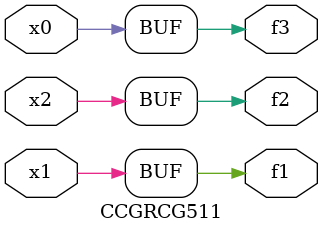
<source format=v>
module CCGRCG511(
	input x0, x1, x2,
	output f1, f2, f3
);
	assign f1 = x1;
	assign f2 = x2;
	assign f3 = x0;
endmodule

</source>
